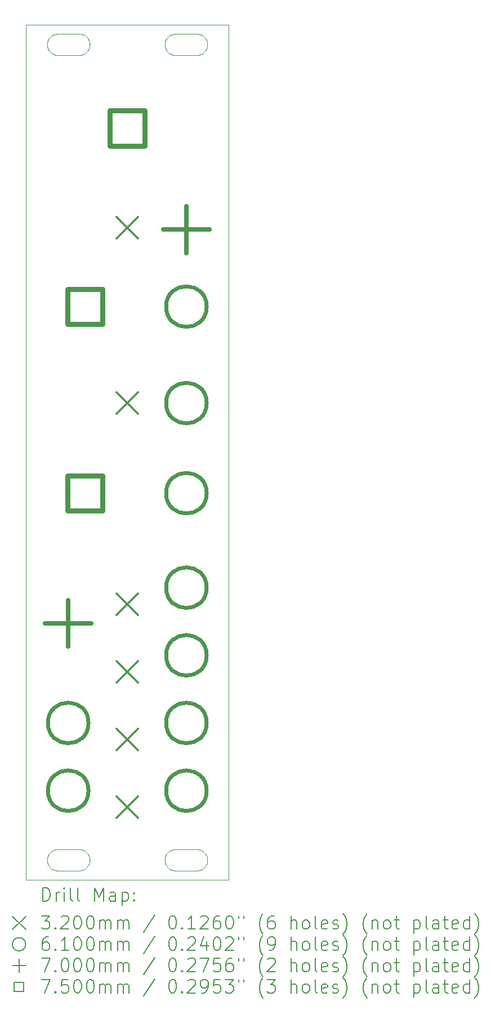
<source format=gbr>
%TF.GenerationSoftware,KiCad,Pcbnew,(6.0.9)*%
%TF.CreationDate,2022-12-27T03:42:47-08:00*%
%TF.ProjectId,panel_pcb,70616e65-6c5f-4706-9362-2e6b69636164,rev?*%
%TF.SameCoordinates,Original*%
%TF.FileFunction,Drillmap*%
%TF.FilePolarity,Positive*%
%FSLAX45Y45*%
G04 Gerber Fmt 4.5, Leading zero omitted, Abs format (unit mm)*
G04 Created by KiCad (PCBNEW (6.0.9)) date 2022-12-27 03:42:47*
%MOMM*%
%LPD*%
G01*
G04 APERTURE LIST*
%ADD10C,0.100000*%
%ADD11C,0.200000*%
%ADD12C,0.319987*%
%ADD13C,0.610023*%
%ADD14C,0.700000*%
%ADD15C,0.749987*%
G04 APERTURE END LIST*
D10*
X-691774Y5968249D02*
X-676445Y5972194D01*
X634570Y5992338D02*
X647760Y5984320D01*
X-1203186Y-6141400D02*
X-1200759Y-6157200D01*
X-676445Y-5972200D02*
X-691774Y-5968200D01*
X-1524000Y-6425000D02*
X-1524000Y6425000D01*
X-1060344Y5965822D02*
X-1043993Y5964995D01*
X-1076226Y5968249D02*
X-1060344Y5965822D01*
X567260Y-6092800D02*
X564840Y-6108700D01*
X724010Y-5965000D02*
X707650Y-5965800D01*
X1091560Y5972194D02*
X1106260Y5977578D01*
X1200760Y6092765D02*
X1203190Y6108642D01*
X-1191430Y6187251D02*
X-1196814Y6172552D01*
X-1133436Y6257665D02*
X-1157122Y6238118D01*
X1176670Y-6214400D02*
X1184690Y-6201200D01*
X-564012Y6124989D02*
X-564012Y6124989D01*
X-1106255Y5977578D02*
X-1091556Y5972194D01*
X-1184688Y6048758D02*
X-1176669Y6035566D01*
X583330Y6201238D02*
X576590Y6187251D01*
X1120240Y-5984300D02*
X1106260Y-5977600D01*
X1157120Y-6011900D02*
X1133440Y-5992300D01*
X-576592Y6062742D02*
X-571209Y6077438D01*
X1200760Y6157222D02*
X1196810Y6172552D01*
X1176670Y-6035600D02*
X1157120Y-6011900D01*
X-1184688Y-6048800D02*
X-1191430Y-6062700D01*
X661750Y6272426D02*
X647760Y6265684D01*
X-691774Y-5968200D02*
X-707655Y-5965800D01*
X-707655Y5965822D02*
X-691774Y5968249D01*
X1524000Y-6425000D02*
X-1524000Y-6425000D01*
X-676445Y5972194D02*
X-661748Y5977578D01*
X-576592Y-6062700D02*
X-583332Y-6048800D01*
X-571209Y-6077400D02*
X-576592Y-6062700D01*
X-564839Y-6141400D02*
X-564012Y-6125000D01*
X591350Y6214432D02*
X583330Y6201238D01*
X1060340Y-5965800D02*
X1043990Y-5965000D01*
X-564012Y-6125000D02*
X-564012Y-6125000D01*
X-591348Y6035566D02*
X-583332Y6048758D01*
X-724006Y-6285000D02*
X-707655Y-6284200D01*
X-1120242Y5984320D02*
X-1106255Y5977578D01*
X1200760Y-6157200D02*
X1203190Y-6141400D01*
X-1200759Y-6092800D02*
X-1203186Y-6108700D01*
X1176670Y6035566D02*
X1184690Y6048758D01*
X-1203186Y6141340D02*
X-1204013Y6124989D01*
X-1091556Y-6277800D02*
X-1076226Y-6281700D01*
X-1120242Y-5984300D02*
X-1133436Y-5992300D01*
X647760Y6265684D02*
X634570Y6257665D01*
X-1200759Y6092765D02*
X-1196814Y6077438D01*
X567260Y-6157200D02*
X571210Y-6172600D01*
X-564839Y6108642D02*
X-564012Y6124989D01*
X-583332Y6201238D02*
X-591348Y6214432D01*
X-564012Y-6125000D02*
X-564839Y-6108700D01*
X-610890Y6011883D02*
X-591348Y6035566D01*
X-691774Y6281756D02*
X-707655Y6284182D01*
X1191430Y-6187300D02*
X1196810Y-6172600D01*
X-1076226Y6281756D02*
X-1091556Y6277810D01*
X576590Y6062742D02*
X583330Y6048758D01*
X1106260Y6272426D02*
X1091560Y6277810D01*
X-564012Y6124989D02*
X-564012Y6124989D01*
X1076230Y5968249D02*
X1091560Y5972194D01*
X1204010Y-6125000D02*
X1204010Y-6125000D01*
X-1157122Y-6011900D02*
X-1176669Y-6035600D01*
X1091560Y6277810D02*
X1076230Y6281756D01*
X-1133436Y-6257700D02*
X-1120242Y-6265700D01*
X-1203186Y-6108700D02*
X-1204013Y-6125000D01*
X1184690Y-6048800D02*
X1176670Y-6035600D01*
X-564012Y-6125000D02*
X-564012Y-6125000D01*
X647760Y-5984300D02*
X634570Y-5992300D01*
X724010Y5964995D02*
X1043990Y5964995D01*
X1060340Y5965822D02*
X1076230Y5968249D01*
X1091560Y-5972200D02*
X1076230Y-5968200D01*
X591350Y-6035600D02*
X583330Y-6048800D01*
X634570Y-5992300D02*
X610890Y-6011900D01*
X-1200759Y-6157200D02*
X-1196814Y-6172600D01*
X-567265Y6092765D02*
X-564839Y6108642D01*
X676440Y5972194D02*
X691770Y5968249D01*
X-1091556Y6277810D02*
X-1106255Y6272426D01*
X1184690Y-6201200D02*
X1191430Y-6187300D01*
X661750Y-6272400D02*
X676440Y-6277800D01*
X571210Y-6172600D02*
X576590Y-6187300D01*
X-1191430Y6062742D02*
X-1184688Y6048758D01*
X-1176669Y-6035600D02*
X-1184688Y-6048800D01*
X676440Y-5972200D02*
X661750Y-5977600D01*
X-724006Y5964995D02*
X-707655Y5965822D01*
X564840Y6108642D02*
X567260Y6092765D01*
X1191430Y6062742D02*
X1196810Y6077438D01*
X1091560Y-6277800D02*
X1106260Y-6272400D01*
X1060340Y6284182D02*
X1043990Y6285009D01*
X691770Y-5968200D02*
X676440Y-5972200D01*
X676440Y-6277800D02*
X691770Y-6281700D01*
X647760Y5984320D02*
X661750Y5977578D01*
X564840Y-6108700D02*
X564010Y-6125000D01*
X-1106255Y-6272400D02*
X-1091556Y-6277800D01*
X-1076226Y-6281700D02*
X-1060344Y-6284200D01*
X724010Y-6285000D02*
X1043990Y-6285000D01*
X564840Y-6141400D02*
X567260Y-6157200D01*
X-1176669Y-6214400D02*
X-1157122Y-6238100D01*
X1043990Y-6285000D02*
X1060340Y-6284200D01*
X-1204013Y-6125000D02*
X-1203186Y-6141400D01*
X-567265Y-6157200D02*
X-564839Y-6141400D01*
X1200760Y-6092800D02*
X1196810Y-6077400D01*
X-564012Y6124989D02*
X-564839Y6141340D01*
X-1120242Y-6265700D02*
X-1106255Y-6272400D01*
X-576592Y-6187300D02*
X-571209Y-6172600D01*
X1120240Y5984320D02*
X1133440Y5992338D01*
X-583332Y-6201200D02*
X-576592Y-6187300D01*
X567260Y6092765D02*
X571210Y6077438D01*
X-1120242Y6265684D02*
X-1133436Y6257665D01*
X583330Y6048758D02*
X591350Y6035566D01*
X1204010Y6124989D02*
X1204010Y6124989D01*
X1133440Y6257665D02*
X1120240Y6265684D01*
X576590Y6187251D02*
X571210Y6172552D01*
X-1043993Y6285009D02*
X-1060344Y6284182D01*
X691770Y6281756D02*
X676440Y6277810D01*
X-1196814Y-6172600D02*
X-1191430Y-6187300D01*
X-647763Y-5984300D02*
X-661748Y-5977600D01*
X-724006Y6285009D02*
X-1043993Y6285009D01*
X1203190Y-6141400D02*
X1204010Y-6125000D01*
X-647763Y5984320D02*
X-634571Y5992338D01*
X634570Y-6257700D02*
X647760Y-6265700D01*
X-1133436Y-5992300D02*
X-1157122Y-6011900D01*
X591350Y-6214400D02*
X610890Y-6238100D01*
X576590Y-6187300D02*
X583330Y-6201200D01*
X-591348Y-6214400D02*
X-583332Y-6201200D01*
X567260Y6157222D02*
X564840Y6141340D01*
X564840Y6141340D02*
X564010Y6124989D01*
X-1157122Y-6238100D02*
X-1133436Y-6257700D01*
X724010Y6285009D02*
X707650Y6284182D01*
X-647763Y6265684D02*
X-661748Y6272426D01*
X661750Y-5977600D02*
X647760Y-5984300D01*
X571210Y-6077400D02*
X567260Y-6092800D01*
X1196810Y6077438D02*
X1200760Y6092765D01*
X-1196814Y6172552D02*
X-1200759Y6157222D01*
X676440Y6277810D02*
X661750Y6272426D01*
X707650Y-5965800D02*
X691770Y-5968200D01*
X1184690Y6048758D02*
X1191430Y6062742D01*
X576590Y-6062700D02*
X571210Y-6077400D01*
X1204010Y-6125000D02*
X1203190Y-6108700D01*
X1120240Y6265684D02*
X1106260Y6272426D01*
X-1060344Y-5965800D02*
X-1076226Y-5968200D01*
X-661748Y5977578D02*
X-647763Y5984320D01*
X-571209Y-6172600D02*
X-567265Y-6157200D01*
X1120240Y-6265700D02*
X1133440Y-6257700D01*
X1191430Y6187251D02*
X1184690Y6201238D01*
X1106260Y-6272400D02*
X1120240Y-6265700D01*
X634570Y6257665D02*
X610890Y6238118D01*
X-583332Y-6048800D02*
X-591348Y-6035600D01*
X564010Y-6125000D02*
X564840Y-6141400D01*
X-1196814Y-6077400D02*
X-1200759Y-6092800D01*
X-724006Y-5965000D02*
X-1043993Y-5965000D01*
X1076230Y-5968200D02*
X1060340Y-5965800D01*
X1043990Y5964995D02*
X1060340Y5965822D01*
X661750Y5977578D02*
X676440Y5972194D01*
X1133440Y-5992300D02*
X1120240Y-5984300D01*
X610890Y6238118D02*
X591350Y6214432D01*
X-707655Y-6284200D02*
X-691774Y-6281700D01*
X583330Y-6201200D02*
X591350Y-6214400D01*
X-583332Y6048758D02*
X-576592Y6062742D01*
X-1091556Y-5972200D02*
X-1106255Y-5977600D01*
X-571209Y6172552D02*
X-576592Y6187251D01*
X-1191430Y-6062700D02*
X-1196814Y-6077400D01*
X-1106255Y6272426D02*
X-1120242Y6265684D01*
X1133440Y5992338D02*
X1157120Y6011883D01*
X707650Y6284182D02*
X691770Y6281756D01*
X-567265Y6157222D02*
X-571209Y6172552D01*
X-1043993Y-5965000D02*
X-1060344Y-5965800D01*
X-676445Y-6277800D02*
X-661748Y-6272400D01*
X-634571Y-6257700D02*
X-610890Y-6238100D01*
X-610890Y6238118D02*
X-634571Y6257665D01*
X-634571Y6257665D02*
X-647763Y6265684D01*
X1157120Y6238118D02*
X1133440Y6257665D01*
X1524000Y6425000D02*
X1524000Y-6425000D01*
X-707655Y-5965800D02*
X-724006Y-5965000D01*
X-564839Y6141340D02*
X-567265Y6157222D01*
X610890Y-6011900D02*
X591350Y-6035600D01*
X1176670Y6214432D02*
X1157120Y6238118D01*
X1196810Y-6172600D02*
X1200760Y-6157200D01*
X-591348Y-6035600D02*
X-610890Y-6011900D01*
X-1196814Y6077438D02*
X-1191430Y6062742D01*
X-1176669Y6035566D02*
X-1157122Y6011883D01*
X1191430Y-6062700D02*
X1184690Y-6048800D01*
X1203190Y-6108700D02*
X1200760Y-6092800D01*
X-1184688Y-6201200D02*
X-1176669Y-6214400D01*
X1203190Y6108642D02*
X1204010Y6124989D01*
X610890Y-6238100D02*
X634570Y-6257700D01*
X-1176669Y6214432D02*
X-1184688Y6201238D01*
X-1204013Y6124989D02*
X-1203186Y6108642D01*
X-564839Y-6108700D02*
X-567265Y-6092800D01*
X-661748Y-5977600D02*
X-676445Y-5972200D01*
X1157120Y6011883D02*
X1176670Y6035566D01*
X-1203186Y6108642D02*
X-1200759Y6092765D01*
X-1157122Y6238118D02*
X-1176669Y6214432D01*
X-1200759Y6157222D02*
X-1203186Y6141340D01*
X-1524000Y6425000D02*
X1524000Y6425000D01*
X1106260Y5977578D02*
X1120240Y5984320D01*
X-1091556Y5972194D02*
X-1076226Y5968249D01*
X-576592Y6187251D02*
X-583332Y6201238D01*
X1196810Y6172552D02*
X1191430Y6187251D01*
X591350Y6035566D02*
X610890Y6011883D01*
X-1060344Y-6284200D02*
X-1043993Y-6285000D01*
X1076230Y6281756D02*
X1060340Y6284182D01*
X-610890Y-6011900D02*
X-634571Y-5992300D01*
X-1106255Y-5977600D02*
X-1120242Y-5984300D01*
X-634571Y5992338D02*
X-610890Y6011883D01*
X1133440Y-6257700D02*
X1157120Y-6238100D01*
X-571209Y6077438D02*
X-567265Y6092765D01*
X1204010Y-6125000D02*
X1204010Y-6125000D01*
X-1043993Y-6285000D02*
X-724006Y-6285000D01*
X-567265Y-6092800D02*
X-571209Y-6077400D01*
X1204010Y6124989D02*
X1204010Y6124989D01*
X-591348Y6214432D02*
X-610890Y6238118D01*
X-1133436Y5992338D02*
X-1120242Y5984320D01*
X564010Y6124989D02*
X564840Y6108642D01*
X-1184688Y6201238D02*
X-1191430Y6187251D01*
X-610890Y-6238100D02*
X-591348Y-6214400D01*
X1043990Y-5965000D02*
X724010Y-5965000D01*
X1157120Y-6238100D02*
X1176670Y-6214400D01*
X-676445Y6277810D02*
X-691774Y6281756D01*
X1196810Y-6077400D02*
X1191430Y-6062700D01*
X571210Y6077438D02*
X576590Y6062742D01*
X647760Y-6265700D02*
X661750Y-6272400D01*
X707650Y5965822D02*
X724010Y5964995D01*
X583330Y-6048800D02*
X576590Y-6062700D01*
X1076230Y-6281700D02*
X1091560Y-6277800D01*
X1106260Y-5977600D02*
X1091560Y-5972200D01*
X707650Y-6284200D02*
X724010Y-6285000D01*
X571210Y6172552D02*
X567260Y6157222D01*
X691770Y-6281700D02*
X707650Y-6284200D01*
X1203190Y6141340D02*
X1200760Y6157222D01*
X-691774Y-6281700D02*
X-676445Y-6277800D01*
X-1060344Y6284182D02*
X-1076226Y6281756D01*
X1060340Y-6284200D02*
X1076230Y-6281700D01*
X-661748Y6272426D02*
X-676445Y6277810D01*
X1184690Y6201238D02*
X1176670Y6214432D01*
X-1157122Y6011883D02*
X-1133436Y5992338D01*
X-661748Y-6272400D02*
X-647763Y-6265700D01*
X1204010Y6124989D02*
X1203190Y6141340D01*
X691770Y5968249D02*
X707650Y5965822D01*
X-634571Y-5992300D02*
X-647763Y-5984300D01*
X-707655Y6284182D02*
X-724006Y6285009D01*
X-1043993Y5964995D02*
X-724006Y5964995D01*
X1043990Y6285009D02*
X724010Y6285009D01*
X-1191430Y-6187300D02*
X-1184688Y-6201200D01*
X-1076226Y-5968200D02*
X-1091556Y-5972200D01*
X-1524000Y6425000D02*
X-1524000Y6425000D01*
X-647763Y-6265700D02*
X-634571Y-6257700D01*
X610890Y6011883D02*
X634570Y5992338D01*
D11*
D12*
X-160020Y-3138127D02*
X159967Y-3458114D01*
X159967Y-3138127D02*
X-160020Y-3458114D01*
X-160020Y-4154337D02*
X159967Y-4474325D01*
X159967Y-4154337D02*
X-160020Y-4474325D01*
X-159994Y3536993D02*
X159994Y3217006D01*
X159994Y3536993D02*
X-159994Y3217006D01*
X-159994Y899548D02*
X159994Y579561D01*
X159994Y899548D02*
X-159994Y579561D01*
X-159994Y-2122179D02*
X159994Y-2442166D01*
X159994Y-2122179D02*
X-159994Y-2442166D01*
X-159967Y-5171847D02*
X160020Y-5491834D01*
X160020Y-5171847D02*
X-159967Y-5491834D01*
D13*
X-583988Y-4065200D02*
G75*
G03*
X-583988Y-4065200I-305012J0D01*
G01*
X-583988Y-5082708D02*
G75*
G03*
X-583988Y-5082708I-305012J0D01*
G01*
X1193006Y2188995D02*
G75*
G03*
X1193006Y2188995I-305012J0D01*
G01*
X1193006Y739554D02*
G75*
G03*
X1193006Y739554I-305012J0D01*
G01*
X1193006Y-614001D02*
G75*
G03*
X1193006Y-614001I-305012J0D01*
G01*
X1193006Y-2032988D02*
G75*
G03*
X1193006Y-2032988I-305012J0D01*
G01*
X1193006Y-3049200D02*
G75*
G03*
X1193006Y-3049200I-305012J0D01*
G01*
X1193006Y-4065411D02*
G75*
G03*
X1193006Y-4065411I-305012J0D01*
G01*
X1193006Y-5082708D02*
G75*
G03*
X1193006Y-5082708I-305012J0D01*
G01*
D14*
X-889000Y-2221000D02*
X-889000Y-2921000D01*
X-1239000Y-2571000D02*
X-539000Y-2571000D01*
X888000Y3697000D02*
X888000Y2997000D01*
X538000Y3347000D02*
X1238000Y3347000D01*
D15*
X-369837Y1923831D02*
X-369837Y2454158D01*
X-900163Y2454158D01*
X-900163Y1923831D01*
X-369837Y1923831D01*
X-369837Y-879164D02*
X-369837Y-348837D01*
X-900163Y-348837D01*
X-900163Y-879164D01*
X-369837Y-879164D01*
X265163Y4603849D02*
X265163Y5134175D01*
X-265163Y5134175D01*
X-265163Y4603849D01*
X265163Y4603849D01*
D11*
X-1271381Y-6740476D02*
X-1271381Y-6540476D01*
X-1223762Y-6540476D01*
X-1195190Y-6550000D01*
X-1176143Y-6569048D01*
X-1166619Y-6588095D01*
X-1157095Y-6626190D01*
X-1157095Y-6654762D01*
X-1166619Y-6692857D01*
X-1176143Y-6711905D01*
X-1195190Y-6730952D01*
X-1223762Y-6740476D01*
X-1271381Y-6740476D01*
X-1071381Y-6740476D02*
X-1071381Y-6607143D01*
X-1071381Y-6645238D02*
X-1061857Y-6626190D01*
X-1052333Y-6616667D01*
X-1033286Y-6607143D01*
X-1014238Y-6607143D01*
X-947571Y-6740476D02*
X-947571Y-6607143D01*
X-947571Y-6540476D02*
X-957095Y-6550000D01*
X-947571Y-6559524D01*
X-938048Y-6550000D01*
X-947571Y-6540476D01*
X-947571Y-6559524D01*
X-823762Y-6740476D02*
X-842809Y-6730952D01*
X-852333Y-6711905D01*
X-852333Y-6540476D01*
X-719000Y-6740476D02*
X-738048Y-6730952D01*
X-747571Y-6711905D01*
X-747571Y-6540476D01*
X-490428Y-6740476D02*
X-490428Y-6540476D01*
X-423762Y-6683333D01*
X-357095Y-6540476D01*
X-357095Y-6740476D01*
X-176143Y-6740476D02*
X-176143Y-6635714D01*
X-185667Y-6616667D01*
X-204714Y-6607143D01*
X-242809Y-6607143D01*
X-261857Y-6616667D01*
X-176143Y-6730952D02*
X-195190Y-6740476D01*
X-242809Y-6740476D01*
X-261857Y-6730952D01*
X-271381Y-6711905D01*
X-271381Y-6692857D01*
X-261857Y-6673809D01*
X-242809Y-6664286D01*
X-195190Y-6664286D01*
X-176143Y-6654762D01*
X-80905Y-6607143D02*
X-80905Y-6807143D01*
X-80905Y-6616667D02*
X-61857Y-6607143D01*
X-23762Y-6607143D01*
X-4714Y-6616667D01*
X4810Y-6626190D01*
X14333Y-6645238D01*
X14333Y-6702381D01*
X4810Y-6721428D01*
X-4714Y-6730952D01*
X-23762Y-6740476D01*
X-61857Y-6740476D01*
X-80905Y-6730952D01*
X100048Y-6721428D02*
X109571Y-6730952D01*
X100048Y-6740476D01*
X90524Y-6730952D01*
X100048Y-6721428D01*
X100048Y-6740476D01*
X100048Y-6616667D02*
X109571Y-6626190D01*
X100048Y-6635714D01*
X90524Y-6626190D01*
X100048Y-6616667D01*
X100048Y-6635714D01*
X-1729000Y-6970000D02*
X-1529000Y-7170000D01*
X-1529000Y-6970000D02*
X-1729000Y-7170000D01*
X-1290429Y-6960476D02*
X-1166619Y-6960476D01*
X-1233286Y-7036667D01*
X-1204714Y-7036667D01*
X-1185667Y-7046190D01*
X-1176143Y-7055714D01*
X-1166619Y-7074762D01*
X-1166619Y-7122381D01*
X-1176143Y-7141428D01*
X-1185667Y-7150952D01*
X-1204714Y-7160476D01*
X-1261857Y-7160476D01*
X-1280905Y-7150952D01*
X-1290429Y-7141428D01*
X-1080905Y-7141428D02*
X-1071381Y-7150952D01*
X-1080905Y-7160476D01*
X-1090429Y-7150952D01*
X-1080905Y-7141428D01*
X-1080905Y-7160476D01*
X-995190Y-6979524D02*
X-985667Y-6970000D01*
X-966619Y-6960476D01*
X-919000Y-6960476D01*
X-899952Y-6970000D01*
X-890428Y-6979524D01*
X-880905Y-6998571D01*
X-880905Y-7017619D01*
X-890428Y-7046190D01*
X-1004714Y-7160476D01*
X-880905Y-7160476D01*
X-757095Y-6960476D02*
X-738048Y-6960476D01*
X-719000Y-6970000D01*
X-709476Y-6979524D01*
X-699952Y-6998571D01*
X-690429Y-7036667D01*
X-690429Y-7084286D01*
X-699952Y-7122381D01*
X-709476Y-7141428D01*
X-719000Y-7150952D01*
X-738048Y-7160476D01*
X-757095Y-7160476D01*
X-776143Y-7150952D01*
X-785667Y-7141428D01*
X-795190Y-7122381D01*
X-804714Y-7084286D01*
X-804714Y-7036667D01*
X-795190Y-6998571D01*
X-785667Y-6979524D01*
X-776143Y-6970000D01*
X-757095Y-6960476D01*
X-566619Y-6960476D02*
X-547571Y-6960476D01*
X-528524Y-6970000D01*
X-519000Y-6979524D01*
X-509476Y-6998571D01*
X-499952Y-7036667D01*
X-499952Y-7084286D01*
X-509476Y-7122381D01*
X-519000Y-7141428D01*
X-528524Y-7150952D01*
X-547571Y-7160476D01*
X-566619Y-7160476D01*
X-585667Y-7150952D01*
X-595190Y-7141428D01*
X-604714Y-7122381D01*
X-614238Y-7084286D01*
X-614238Y-7036667D01*
X-604714Y-6998571D01*
X-595190Y-6979524D01*
X-585667Y-6970000D01*
X-566619Y-6960476D01*
X-414238Y-7160476D02*
X-414238Y-7027143D01*
X-414238Y-7046190D02*
X-404714Y-7036667D01*
X-385667Y-7027143D01*
X-357095Y-7027143D01*
X-338048Y-7036667D01*
X-328524Y-7055714D01*
X-328524Y-7160476D01*
X-328524Y-7055714D02*
X-319000Y-7036667D01*
X-299952Y-7027143D01*
X-271381Y-7027143D01*
X-252333Y-7036667D01*
X-242809Y-7055714D01*
X-242809Y-7160476D01*
X-147571Y-7160476D02*
X-147571Y-7027143D01*
X-147571Y-7046190D02*
X-138048Y-7036667D01*
X-119000Y-7027143D01*
X-90428Y-7027143D01*
X-71381Y-7036667D01*
X-61857Y-7055714D01*
X-61857Y-7160476D01*
X-61857Y-7055714D02*
X-52333Y-7036667D01*
X-33286Y-7027143D01*
X-4714Y-7027143D01*
X14333Y-7036667D01*
X23857Y-7055714D01*
X23857Y-7160476D01*
X414333Y-6950952D02*
X242905Y-7208095D01*
X671476Y-6960476D02*
X690524Y-6960476D01*
X709571Y-6970000D01*
X719095Y-6979524D01*
X728619Y-6998571D01*
X738143Y-7036667D01*
X738143Y-7084286D01*
X728619Y-7122381D01*
X719095Y-7141428D01*
X709571Y-7150952D01*
X690524Y-7160476D01*
X671476Y-7160476D01*
X652429Y-7150952D01*
X642905Y-7141428D01*
X633381Y-7122381D01*
X623857Y-7084286D01*
X623857Y-7036667D01*
X633381Y-6998571D01*
X642905Y-6979524D01*
X652429Y-6970000D01*
X671476Y-6960476D01*
X823857Y-7141428D02*
X833381Y-7150952D01*
X823857Y-7160476D01*
X814333Y-7150952D01*
X823857Y-7141428D01*
X823857Y-7160476D01*
X1023857Y-7160476D02*
X909571Y-7160476D01*
X966714Y-7160476D02*
X966714Y-6960476D01*
X947667Y-6989048D01*
X928619Y-7008095D01*
X909571Y-7017619D01*
X1100048Y-6979524D02*
X1109571Y-6970000D01*
X1128619Y-6960476D01*
X1176238Y-6960476D01*
X1195286Y-6970000D01*
X1204810Y-6979524D01*
X1214333Y-6998571D01*
X1214333Y-7017619D01*
X1204810Y-7046190D01*
X1090524Y-7160476D01*
X1214333Y-7160476D01*
X1385762Y-6960476D02*
X1347667Y-6960476D01*
X1328619Y-6970000D01*
X1319095Y-6979524D01*
X1300048Y-7008095D01*
X1290524Y-7046190D01*
X1290524Y-7122381D01*
X1300048Y-7141428D01*
X1309571Y-7150952D01*
X1328619Y-7160476D01*
X1366714Y-7160476D01*
X1385762Y-7150952D01*
X1395286Y-7141428D01*
X1404809Y-7122381D01*
X1404809Y-7074762D01*
X1395286Y-7055714D01*
X1385762Y-7046190D01*
X1366714Y-7036667D01*
X1328619Y-7036667D01*
X1309571Y-7046190D01*
X1300048Y-7055714D01*
X1290524Y-7074762D01*
X1528619Y-6960476D02*
X1547667Y-6960476D01*
X1566714Y-6970000D01*
X1576238Y-6979524D01*
X1585762Y-6998571D01*
X1595286Y-7036667D01*
X1595286Y-7084286D01*
X1585762Y-7122381D01*
X1576238Y-7141428D01*
X1566714Y-7150952D01*
X1547667Y-7160476D01*
X1528619Y-7160476D01*
X1509571Y-7150952D01*
X1500048Y-7141428D01*
X1490524Y-7122381D01*
X1481000Y-7084286D01*
X1481000Y-7036667D01*
X1490524Y-6998571D01*
X1500048Y-6979524D01*
X1509571Y-6970000D01*
X1528619Y-6960476D01*
X1671476Y-6960476D02*
X1671476Y-6998571D01*
X1747667Y-6960476D02*
X1747667Y-6998571D01*
X2042905Y-7236667D02*
X2033381Y-7227143D01*
X2014333Y-7198571D01*
X2004809Y-7179524D01*
X1995286Y-7150952D01*
X1985762Y-7103333D01*
X1985762Y-7065238D01*
X1995286Y-7017619D01*
X2004809Y-6989048D01*
X2014333Y-6970000D01*
X2033381Y-6941428D01*
X2042905Y-6931905D01*
X2204810Y-6960476D02*
X2166714Y-6960476D01*
X2147667Y-6970000D01*
X2138143Y-6979524D01*
X2119095Y-7008095D01*
X2109571Y-7046190D01*
X2109571Y-7122381D01*
X2119095Y-7141428D01*
X2128619Y-7150952D01*
X2147667Y-7160476D01*
X2185762Y-7160476D01*
X2204810Y-7150952D01*
X2214333Y-7141428D01*
X2223857Y-7122381D01*
X2223857Y-7074762D01*
X2214333Y-7055714D01*
X2204810Y-7046190D01*
X2185762Y-7036667D01*
X2147667Y-7036667D01*
X2128619Y-7046190D01*
X2119095Y-7055714D01*
X2109571Y-7074762D01*
X2461952Y-7160476D02*
X2461952Y-6960476D01*
X2547667Y-7160476D02*
X2547667Y-7055714D01*
X2538143Y-7036667D01*
X2519095Y-7027143D01*
X2490524Y-7027143D01*
X2471476Y-7036667D01*
X2461952Y-7046190D01*
X2671476Y-7160476D02*
X2652429Y-7150952D01*
X2642905Y-7141428D01*
X2633381Y-7122381D01*
X2633381Y-7065238D01*
X2642905Y-7046190D01*
X2652429Y-7036667D01*
X2671476Y-7027143D01*
X2700048Y-7027143D01*
X2719095Y-7036667D01*
X2728619Y-7046190D01*
X2738143Y-7065238D01*
X2738143Y-7122381D01*
X2728619Y-7141428D01*
X2719095Y-7150952D01*
X2700048Y-7160476D01*
X2671476Y-7160476D01*
X2852428Y-7160476D02*
X2833381Y-7150952D01*
X2823857Y-7131905D01*
X2823857Y-6960476D01*
X3004809Y-7150952D02*
X2985762Y-7160476D01*
X2947667Y-7160476D01*
X2928619Y-7150952D01*
X2919095Y-7131905D01*
X2919095Y-7055714D01*
X2928619Y-7036667D01*
X2947667Y-7027143D01*
X2985762Y-7027143D01*
X3004809Y-7036667D01*
X3014333Y-7055714D01*
X3014333Y-7074762D01*
X2919095Y-7093809D01*
X3090524Y-7150952D02*
X3109571Y-7160476D01*
X3147667Y-7160476D01*
X3166714Y-7150952D01*
X3176238Y-7131905D01*
X3176238Y-7122381D01*
X3166714Y-7103333D01*
X3147667Y-7093809D01*
X3119095Y-7093809D01*
X3100048Y-7084286D01*
X3090524Y-7065238D01*
X3090524Y-7055714D01*
X3100048Y-7036667D01*
X3119095Y-7027143D01*
X3147667Y-7027143D01*
X3166714Y-7036667D01*
X3242905Y-7236667D02*
X3252428Y-7227143D01*
X3271476Y-7198571D01*
X3281000Y-7179524D01*
X3290524Y-7150952D01*
X3300048Y-7103333D01*
X3300048Y-7065238D01*
X3290524Y-7017619D01*
X3281000Y-6989048D01*
X3271476Y-6970000D01*
X3252428Y-6941428D01*
X3242905Y-6931905D01*
X3604809Y-7236667D02*
X3595286Y-7227143D01*
X3576238Y-7198571D01*
X3566714Y-7179524D01*
X3557190Y-7150952D01*
X3547667Y-7103333D01*
X3547667Y-7065238D01*
X3557190Y-7017619D01*
X3566714Y-6989048D01*
X3576238Y-6970000D01*
X3595286Y-6941428D01*
X3604809Y-6931905D01*
X3681000Y-7027143D02*
X3681000Y-7160476D01*
X3681000Y-7046190D02*
X3690524Y-7036667D01*
X3709571Y-7027143D01*
X3738143Y-7027143D01*
X3757190Y-7036667D01*
X3766714Y-7055714D01*
X3766714Y-7160476D01*
X3890524Y-7160476D02*
X3871476Y-7150952D01*
X3861952Y-7141428D01*
X3852428Y-7122381D01*
X3852428Y-7065238D01*
X3861952Y-7046190D01*
X3871476Y-7036667D01*
X3890524Y-7027143D01*
X3919095Y-7027143D01*
X3938143Y-7036667D01*
X3947667Y-7046190D01*
X3957190Y-7065238D01*
X3957190Y-7122381D01*
X3947667Y-7141428D01*
X3938143Y-7150952D01*
X3919095Y-7160476D01*
X3890524Y-7160476D01*
X4014333Y-7027143D02*
X4090524Y-7027143D01*
X4042905Y-6960476D02*
X4042905Y-7131905D01*
X4052428Y-7150952D01*
X4071476Y-7160476D01*
X4090524Y-7160476D01*
X4309571Y-7027143D02*
X4309571Y-7227143D01*
X4309571Y-7036667D02*
X4328619Y-7027143D01*
X4366714Y-7027143D01*
X4385762Y-7036667D01*
X4395286Y-7046190D01*
X4404810Y-7065238D01*
X4404810Y-7122381D01*
X4395286Y-7141428D01*
X4385762Y-7150952D01*
X4366714Y-7160476D01*
X4328619Y-7160476D01*
X4309571Y-7150952D01*
X4519095Y-7160476D02*
X4500048Y-7150952D01*
X4490524Y-7131905D01*
X4490524Y-6960476D01*
X4681000Y-7160476D02*
X4681000Y-7055714D01*
X4671476Y-7036667D01*
X4652429Y-7027143D01*
X4614333Y-7027143D01*
X4595286Y-7036667D01*
X4681000Y-7150952D02*
X4661952Y-7160476D01*
X4614333Y-7160476D01*
X4595286Y-7150952D01*
X4585762Y-7131905D01*
X4585762Y-7112857D01*
X4595286Y-7093809D01*
X4614333Y-7084286D01*
X4661952Y-7084286D01*
X4681000Y-7074762D01*
X4747667Y-7027143D02*
X4823857Y-7027143D01*
X4776238Y-6960476D02*
X4776238Y-7131905D01*
X4785762Y-7150952D01*
X4804810Y-7160476D01*
X4823857Y-7160476D01*
X4966714Y-7150952D02*
X4947667Y-7160476D01*
X4909571Y-7160476D01*
X4890524Y-7150952D01*
X4881000Y-7131905D01*
X4881000Y-7055714D01*
X4890524Y-7036667D01*
X4909571Y-7027143D01*
X4947667Y-7027143D01*
X4966714Y-7036667D01*
X4976238Y-7055714D01*
X4976238Y-7074762D01*
X4881000Y-7093809D01*
X5147667Y-7160476D02*
X5147667Y-6960476D01*
X5147667Y-7150952D02*
X5128619Y-7160476D01*
X5090524Y-7160476D01*
X5071476Y-7150952D01*
X5061952Y-7141428D01*
X5052429Y-7122381D01*
X5052429Y-7065238D01*
X5061952Y-7046190D01*
X5071476Y-7036667D01*
X5090524Y-7027143D01*
X5128619Y-7027143D01*
X5147667Y-7036667D01*
X5223857Y-7236667D02*
X5233381Y-7227143D01*
X5252429Y-7198571D01*
X5261952Y-7179524D01*
X5271476Y-7150952D01*
X5281000Y-7103333D01*
X5281000Y-7065238D01*
X5271476Y-7017619D01*
X5261952Y-6989048D01*
X5252429Y-6970000D01*
X5233381Y-6941428D01*
X5223857Y-6931905D01*
X-1529000Y-7390000D02*
G75*
G03*
X-1529000Y-7390000I-100000J0D01*
G01*
X-1185667Y-7280476D02*
X-1223762Y-7280476D01*
X-1242810Y-7290000D01*
X-1252333Y-7299524D01*
X-1271381Y-7328095D01*
X-1280905Y-7366190D01*
X-1280905Y-7442381D01*
X-1271381Y-7461428D01*
X-1261857Y-7470952D01*
X-1242810Y-7480476D01*
X-1204714Y-7480476D01*
X-1185667Y-7470952D01*
X-1176143Y-7461428D01*
X-1166619Y-7442381D01*
X-1166619Y-7394762D01*
X-1176143Y-7375714D01*
X-1185667Y-7366190D01*
X-1204714Y-7356667D01*
X-1242810Y-7356667D01*
X-1261857Y-7366190D01*
X-1271381Y-7375714D01*
X-1280905Y-7394762D01*
X-1080905Y-7461428D02*
X-1071381Y-7470952D01*
X-1080905Y-7480476D01*
X-1090429Y-7470952D01*
X-1080905Y-7461428D01*
X-1080905Y-7480476D01*
X-880905Y-7480476D02*
X-995190Y-7480476D01*
X-938048Y-7480476D02*
X-938048Y-7280476D01*
X-957095Y-7309048D01*
X-976143Y-7328095D01*
X-995190Y-7337619D01*
X-757095Y-7280476D02*
X-738048Y-7280476D01*
X-719000Y-7290000D01*
X-709476Y-7299524D01*
X-699952Y-7318571D01*
X-690429Y-7356667D01*
X-690429Y-7404286D01*
X-699952Y-7442381D01*
X-709476Y-7461428D01*
X-719000Y-7470952D01*
X-738048Y-7480476D01*
X-757095Y-7480476D01*
X-776143Y-7470952D01*
X-785667Y-7461428D01*
X-795190Y-7442381D01*
X-804714Y-7404286D01*
X-804714Y-7356667D01*
X-795190Y-7318571D01*
X-785667Y-7299524D01*
X-776143Y-7290000D01*
X-757095Y-7280476D01*
X-566619Y-7280476D02*
X-547571Y-7280476D01*
X-528524Y-7290000D01*
X-519000Y-7299524D01*
X-509476Y-7318571D01*
X-499952Y-7356667D01*
X-499952Y-7404286D01*
X-509476Y-7442381D01*
X-519000Y-7461428D01*
X-528524Y-7470952D01*
X-547571Y-7480476D01*
X-566619Y-7480476D01*
X-585667Y-7470952D01*
X-595190Y-7461428D01*
X-604714Y-7442381D01*
X-614238Y-7404286D01*
X-614238Y-7356667D01*
X-604714Y-7318571D01*
X-595190Y-7299524D01*
X-585667Y-7290000D01*
X-566619Y-7280476D01*
X-414238Y-7480476D02*
X-414238Y-7347143D01*
X-414238Y-7366190D02*
X-404714Y-7356667D01*
X-385667Y-7347143D01*
X-357095Y-7347143D01*
X-338048Y-7356667D01*
X-328524Y-7375714D01*
X-328524Y-7480476D01*
X-328524Y-7375714D02*
X-319000Y-7356667D01*
X-299952Y-7347143D01*
X-271381Y-7347143D01*
X-252333Y-7356667D01*
X-242809Y-7375714D01*
X-242809Y-7480476D01*
X-147571Y-7480476D02*
X-147571Y-7347143D01*
X-147571Y-7366190D02*
X-138048Y-7356667D01*
X-119000Y-7347143D01*
X-90428Y-7347143D01*
X-71381Y-7356667D01*
X-61857Y-7375714D01*
X-61857Y-7480476D01*
X-61857Y-7375714D02*
X-52333Y-7356667D01*
X-33286Y-7347143D01*
X-4714Y-7347143D01*
X14333Y-7356667D01*
X23857Y-7375714D01*
X23857Y-7480476D01*
X414333Y-7270952D02*
X242905Y-7528095D01*
X671476Y-7280476D02*
X690524Y-7280476D01*
X709571Y-7290000D01*
X719095Y-7299524D01*
X728619Y-7318571D01*
X738143Y-7356667D01*
X738143Y-7404286D01*
X728619Y-7442381D01*
X719095Y-7461428D01*
X709571Y-7470952D01*
X690524Y-7480476D01*
X671476Y-7480476D01*
X652429Y-7470952D01*
X642905Y-7461428D01*
X633381Y-7442381D01*
X623857Y-7404286D01*
X623857Y-7356667D01*
X633381Y-7318571D01*
X642905Y-7299524D01*
X652429Y-7290000D01*
X671476Y-7280476D01*
X823857Y-7461428D02*
X833381Y-7470952D01*
X823857Y-7480476D01*
X814333Y-7470952D01*
X823857Y-7461428D01*
X823857Y-7480476D01*
X909571Y-7299524D02*
X919095Y-7290000D01*
X938143Y-7280476D01*
X985762Y-7280476D01*
X1004809Y-7290000D01*
X1014333Y-7299524D01*
X1023857Y-7318571D01*
X1023857Y-7337619D01*
X1014333Y-7366190D01*
X900048Y-7480476D01*
X1023857Y-7480476D01*
X1195286Y-7347143D02*
X1195286Y-7480476D01*
X1147667Y-7270952D02*
X1100048Y-7413809D01*
X1223857Y-7413809D01*
X1338143Y-7280476D02*
X1357190Y-7280476D01*
X1376238Y-7290000D01*
X1385762Y-7299524D01*
X1395286Y-7318571D01*
X1404809Y-7356667D01*
X1404809Y-7404286D01*
X1395286Y-7442381D01*
X1385762Y-7461428D01*
X1376238Y-7470952D01*
X1357190Y-7480476D01*
X1338143Y-7480476D01*
X1319095Y-7470952D01*
X1309571Y-7461428D01*
X1300048Y-7442381D01*
X1290524Y-7404286D01*
X1290524Y-7356667D01*
X1300048Y-7318571D01*
X1309571Y-7299524D01*
X1319095Y-7290000D01*
X1338143Y-7280476D01*
X1481000Y-7299524D02*
X1490524Y-7290000D01*
X1509571Y-7280476D01*
X1557190Y-7280476D01*
X1576238Y-7290000D01*
X1585762Y-7299524D01*
X1595286Y-7318571D01*
X1595286Y-7337619D01*
X1585762Y-7366190D01*
X1471476Y-7480476D01*
X1595286Y-7480476D01*
X1671476Y-7280476D02*
X1671476Y-7318571D01*
X1747667Y-7280476D02*
X1747667Y-7318571D01*
X2042905Y-7556667D02*
X2033381Y-7547143D01*
X2014333Y-7518571D01*
X2004809Y-7499524D01*
X1995286Y-7470952D01*
X1985762Y-7423333D01*
X1985762Y-7385238D01*
X1995286Y-7337619D01*
X2004809Y-7309048D01*
X2014333Y-7290000D01*
X2033381Y-7261428D01*
X2042905Y-7251905D01*
X2128619Y-7480476D02*
X2166714Y-7480476D01*
X2185762Y-7470952D01*
X2195286Y-7461428D01*
X2214333Y-7432857D01*
X2223857Y-7394762D01*
X2223857Y-7318571D01*
X2214333Y-7299524D01*
X2204810Y-7290000D01*
X2185762Y-7280476D01*
X2147667Y-7280476D01*
X2128619Y-7290000D01*
X2119095Y-7299524D01*
X2109571Y-7318571D01*
X2109571Y-7366190D01*
X2119095Y-7385238D01*
X2128619Y-7394762D01*
X2147667Y-7404286D01*
X2185762Y-7404286D01*
X2204810Y-7394762D01*
X2214333Y-7385238D01*
X2223857Y-7366190D01*
X2461952Y-7480476D02*
X2461952Y-7280476D01*
X2547667Y-7480476D02*
X2547667Y-7375714D01*
X2538143Y-7356667D01*
X2519095Y-7347143D01*
X2490524Y-7347143D01*
X2471476Y-7356667D01*
X2461952Y-7366190D01*
X2671476Y-7480476D02*
X2652429Y-7470952D01*
X2642905Y-7461428D01*
X2633381Y-7442381D01*
X2633381Y-7385238D01*
X2642905Y-7366190D01*
X2652429Y-7356667D01*
X2671476Y-7347143D01*
X2700048Y-7347143D01*
X2719095Y-7356667D01*
X2728619Y-7366190D01*
X2738143Y-7385238D01*
X2738143Y-7442381D01*
X2728619Y-7461428D01*
X2719095Y-7470952D01*
X2700048Y-7480476D01*
X2671476Y-7480476D01*
X2852428Y-7480476D02*
X2833381Y-7470952D01*
X2823857Y-7451905D01*
X2823857Y-7280476D01*
X3004809Y-7470952D02*
X2985762Y-7480476D01*
X2947667Y-7480476D01*
X2928619Y-7470952D01*
X2919095Y-7451905D01*
X2919095Y-7375714D01*
X2928619Y-7356667D01*
X2947667Y-7347143D01*
X2985762Y-7347143D01*
X3004809Y-7356667D01*
X3014333Y-7375714D01*
X3014333Y-7394762D01*
X2919095Y-7413809D01*
X3090524Y-7470952D02*
X3109571Y-7480476D01*
X3147667Y-7480476D01*
X3166714Y-7470952D01*
X3176238Y-7451905D01*
X3176238Y-7442381D01*
X3166714Y-7423333D01*
X3147667Y-7413809D01*
X3119095Y-7413809D01*
X3100048Y-7404286D01*
X3090524Y-7385238D01*
X3090524Y-7375714D01*
X3100048Y-7356667D01*
X3119095Y-7347143D01*
X3147667Y-7347143D01*
X3166714Y-7356667D01*
X3242905Y-7556667D02*
X3252428Y-7547143D01*
X3271476Y-7518571D01*
X3281000Y-7499524D01*
X3290524Y-7470952D01*
X3300048Y-7423333D01*
X3300048Y-7385238D01*
X3290524Y-7337619D01*
X3281000Y-7309048D01*
X3271476Y-7290000D01*
X3252428Y-7261428D01*
X3242905Y-7251905D01*
X3604809Y-7556667D02*
X3595286Y-7547143D01*
X3576238Y-7518571D01*
X3566714Y-7499524D01*
X3557190Y-7470952D01*
X3547667Y-7423333D01*
X3547667Y-7385238D01*
X3557190Y-7337619D01*
X3566714Y-7309048D01*
X3576238Y-7290000D01*
X3595286Y-7261428D01*
X3604809Y-7251905D01*
X3681000Y-7347143D02*
X3681000Y-7480476D01*
X3681000Y-7366190D02*
X3690524Y-7356667D01*
X3709571Y-7347143D01*
X3738143Y-7347143D01*
X3757190Y-7356667D01*
X3766714Y-7375714D01*
X3766714Y-7480476D01*
X3890524Y-7480476D02*
X3871476Y-7470952D01*
X3861952Y-7461428D01*
X3852428Y-7442381D01*
X3852428Y-7385238D01*
X3861952Y-7366190D01*
X3871476Y-7356667D01*
X3890524Y-7347143D01*
X3919095Y-7347143D01*
X3938143Y-7356667D01*
X3947667Y-7366190D01*
X3957190Y-7385238D01*
X3957190Y-7442381D01*
X3947667Y-7461428D01*
X3938143Y-7470952D01*
X3919095Y-7480476D01*
X3890524Y-7480476D01*
X4014333Y-7347143D02*
X4090524Y-7347143D01*
X4042905Y-7280476D02*
X4042905Y-7451905D01*
X4052428Y-7470952D01*
X4071476Y-7480476D01*
X4090524Y-7480476D01*
X4309571Y-7347143D02*
X4309571Y-7547143D01*
X4309571Y-7356667D02*
X4328619Y-7347143D01*
X4366714Y-7347143D01*
X4385762Y-7356667D01*
X4395286Y-7366190D01*
X4404810Y-7385238D01*
X4404810Y-7442381D01*
X4395286Y-7461428D01*
X4385762Y-7470952D01*
X4366714Y-7480476D01*
X4328619Y-7480476D01*
X4309571Y-7470952D01*
X4519095Y-7480476D02*
X4500048Y-7470952D01*
X4490524Y-7451905D01*
X4490524Y-7280476D01*
X4681000Y-7480476D02*
X4681000Y-7375714D01*
X4671476Y-7356667D01*
X4652429Y-7347143D01*
X4614333Y-7347143D01*
X4595286Y-7356667D01*
X4681000Y-7470952D02*
X4661952Y-7480476D01*
X4614333Y-7480476D01*
X4595286Y-7470952D01*
X4585762Y-7451905D01*
X4585762Y-7432857D01*
X4595286Y-7413809D01*
X4614333Y-7404286D01*
X4661952Y-7404286D01*
X4681000Y-7394762D01*
X4747667Y-7347143D02*
X4823857Y-7347143D01*
X4776238Y-7280476D02*
X4776238Y-7451905D01*
X4785762Y-7470952D01*
X4804810Y-7480476D01*
X4823857Y-7480476D01*
X4966714Y-7470952D02*
X4947667Y-7480476D01*
X4909571Y-7480476D01*
X4890524Y-7470952D01*
X4881000Y-7451905D01*
X4881000Y-7375714D01*
X4890524Y-7356667D01*
X4909571Y-7347143D01*
X4947667Y-7347143D01*
X4966714Y-7356667D01*
X4976238Y-7375714D01*
X4976238Y-7394762D01*
X4881000Y-7413809D01*
X5147667Y-7480476D02*
X5147667Y-7280476D01*
X5147667Y-7470952D02*
X5128619Y-7480476D01*
X5090524Y-7480476D01*
X5071476Y-7470952D01*
X5061952Y-7461428D01*
X5052429Y-7442381D01*
X5052429Y-7385238D01*
X5061952Y-7366190D01*
X5071476Y-7356667D01*
X5090524Y-7347143D01*
X5128619Y-7347143D01*
X5147667Y-7356667D01*
X5223857Y-7556667D02*
X5233381Y-7547143D01*
X5252429Y-7518571D01*
X5261952Y-7499524D01*
X5271476Y-7470952D01*
X5281000Y-7423333D01*
X5281000Y-7385238D01*
X5271476Y-7337619D01*
X5261952Y-7309048D01*
X5252429Y-7290000D01*
X5233381Y-7261428D01*
X5223857Y-7251905D01*
X-1629000Y-7610000D02*
X-1629000Y-7810000D01*
X-1729000Y-7710000D02*
X-1529000Y-7710000D01*
X-1290429Y-7600476D02*
X-1157095Y-7600476D01*
X-1242810Y-7800476D01*
X-1080905Y-7781428D02*
X-1071381Y-7790952D01*
X-1080905Y-7800476D01*
X-1090429Y-7790952D01*
X-1080905Y-7781428D01*
X-1080905Y-7800476D01*
X-947571Y-7600476D02*
X-928524Y-7600476D01*
X-909476Y-7610000D01*
X-899952Y-7619524D01*
X-890428Y-7638571D01*
X-880905Y-7676667D01*
X-880905Y-7724286D01*
X-890428Y-7762381D01*
X-899952Y-7781428D01*
X-909476Y-7790952D01*
X-928524Y-7800476D01*
X-947571Y-7800476D01*
X-966619Y-7790952D01*
X-976143Y-7781428D01*
X-985667Y-7762381D01*
X-995190Y-7724286D01*
X-995190Y-7676667D01*
X-985667Y-7638571D01*
X-976143Y-7619524D01*
X-966619Y-7610000D01*
X-947571Y-7600476D01*
X-757095Y-7600476D02*
X-738048Y-7600476D01*
X-719000Y-7610000D01*
X-709476Y-7619524D01*
X-699952Y-7638571D01*
X-690429Y-7676667D01*
X-690429Y-7724286D01*
X-699952Y-7762381D01*
X-709476Y-7781428D01*
X-719000Y-7790952D01*
X-738048Y-7800476D01*
X-757095Y-7800476D01*
X-776143Y-7790952D01*
X-785667Y-7781428D01*
X-795190Y-7762381D01*
X-804714Y-7724286D01*
X-804714Y-7676667D01*
X-795190Y-7638571D01*
X-785667Y-7619524D01*
X-776143Y-7610000D01*
X-757095Y-7600476D01*
X-566619Y-7600476D02*
X-547571Y-7600476D01*
X-528524Y-7610000D01*
X-519000Y-7619524D01*
X-509476Y-7638571D01*
X-499952Y-7676667D01*
X-499952Y-7724286D01*
X-509476Y-7762381D01*
X-519000Y-7781428D01*
X-528524Y-7790952D01*
X-547571Y-7800476D01*
X-566619Y-7800476D01*
X-585667Y-7790952D01*
X-595190Y-7781428D01*
X-604714Y-7762381D01*
X-614238Y-7724286D01*
X-614238Y-7676667D01*
X-604714Y-7638571D01*
X-595190Y-7619524D01*
X-585667Y-7610000D01*
X-566619Y-7600476D01*
X-414238Y-7800476D02*
X-414238Y-7667143D01*
X-414238Y-7686190D02*
X-404714Y-7676667D01*
X-385667Y-7667143D01*
X-357095Y-7667143D01*
X-338048Y-7676667D01*
X-328524Y-7695714D01*
X-328524Y-7800476D01*
X-328524Y-7695714D02*
X-319000Y-7676667D01*
X-299952Y-7667143D01*
X-271381Y-7667143D01*
X-252333Y-7676667D01*
X-242809Y-7695714D01*
X-242809Y-7800476D01*
X-147571Y-7800476D02*
X-147571Y-7667143D01*
X-147571Y-7686190D02*
X-138048Y-7676667D01*
X-119000Y-7667143D01*
X-90428Y-7667143D01*
X-71381Y-7676667D01*
X-61857Y-7695714D01*
X-61857Y-7800476D01*
X-61857Y-7695714D02*
X-52333Y-7676667D01*
X-33286Y-7667143D01*
X-4714Y-7667143D01*
X14333Y-7676667D01*
X23857Y-7695714D01*
X23857Y-7800476D01*
X414333Y-7590952D02*
X242905Y-7848095D01*
X671476Y-7600476D02*
X690524Y-7600476D01*
X709571Y-7610000D01*
X719095Y-7619524D01*
X728619Y-7638571D01*
X738143Y-7676667D01*
X738143Y-7724286D01*
X728619Y-7762381D01*
X719095Y-7781428D01*
X709571Y-7790952D01*
X690524Y-7800476D01*
X671476Y-7800476D01*
X652429Y-7790952D01*
X642905Y-7781428D01*
X633381Y-7762381D01*
X623857Y-7724286D01*
X623857Y-7676667D01*
X633381Y-7638571D01*
X642905Y-7619524D01*
X652429Y-7610000D01*
X671476Y-7600476D01*
X823857Y-7781428D02*
X833381Y-7790952D01*
X823857Y-7800476D01*
X814333Y-7790952D01*
X823857Y-7781428D01*
X823857Y-7800476D01*
X909571Y-7619524D02*
X919095Y-7610000D01*
X938143Y-7600476D01*
X985762Y-7600476D01*
X1004809Y-7610000D01*
X1014333Y-7619524D01*
X1023857Y-7638571D01*
X1023857Y-7657619D01*
X1014333Y-7686190D01*
X900048Y-7800476D01*
X1023857Y-7800476D01*
X1090524Y-7600476D02*
X1223857Y-7600476D01*
X1138143Y-7800476D01*
X1395286Y-7600476D02*
X1300048Y-7600476D01*
X1290524Y-7695714D01*
X1300048Y-7686190D01*
X1319095Y-7676667D01*
X1366714Y-7676667D01*
X1385762Y-7686190D01*
X1395286Y-7695714D01*
X1404809Y-7714762D01*
X1404809Y-7762381D01*
X1395286Y-7781428D01*
X1385762Y-7790952D01*
X1366714Y-7800476D01*
X1319095Y-7800476D01*
X1300048Y-7790952D01*
X1290524Y-7781428D01*
X1576238Y-7600476D02*
X1538143Y-7600476D01*
X1519095Y-7610000D01*
X1509571Y-7619524D01*
X1490524Y-7648095D01*
X1481000Y-7686190D01*
X1481000Y-7762381D01*
X1490524Y-7781428D01*
X1500048Y-7790952D01*
X1519095Y-7800476D01*
X1557190Y-7800476D01*
X1576238Y-7790952D01*
X1585762Y-7781428D01*
X1595286Y-7762381D01*
X1595286Y-7714762D01*
X1585762Y-7695714D01*
X1576238Y-7686190D01*
X1557190Y-7676667D01*
X1519095Y-7676667D01*
X1500048Y-7686190D01*
X1490524Y-7695714D01*
X1481000Y-7714762D01*
X1671476Y-7600476D02*
X1671476Y-7638571D01*
X1747667Y-7600476D02*
X1747667Y-7638571D01*
X2042905Y-7876667D02*
X2033381Y-7867143D01*
X2014333Y-7838571D01*
X2004809Y-7819524D01*
X1995286Y-7790952D01*
X1985762Y-7743333D01*
X1985762Y-7705238D01*
X1995286Y-7657619D01*
X2004809Y-7629048D01*
X2014333Y-7610000D01*
X2033381Y-7581428D01*
X2042905Y-7571905D01*
X2109571Y-7619524D02*
X2119095Y-7610000D01*
X2138143Y-7600476D01*
X2185762Y-7600476D01*
X2204810Y-7610000D01*
X2214333Y-7619524D01*
X2223857Y-7638571D01*
X2223857Y-7657619D01*
X2214333Y-7686190D01*
X2100048Y-7800476D01*
X2223857Y-7800476D01*
X2461952Y-7800476D02*
X2461952Y-7600476D01*
X2547667Y-7800476D02*
X2547667Y-7695714D01*
X2538143Y-7676667D01*
X2519095Y-7667143D01*
X2490524Y-7667143D01*
X2471476Y-7676667D01*
X2461952Y-7686190D01*
X2671476Y-7800476D02*
X2652429Y-7790952D01*
X2642905Y-7781428D01*
X2633381Y-7762381D01*
X2633381Y-7705238D01*
X2642905Y-7686190D01*
X2652429Y-7676667D01*
X2671476Y-7667143D01*
X2700048Y-7667143D01*
X2719095Y-7676667D01*
X2728619Y-7686190D01*
X2738143Y-7705238D01*
X2738143Y-7762381D01*
X2728619Y-7781428D01*
X2719095Y-7790952D01*
X2700048Y-7800476D01*
X2671476Y-7800476D01*
X2852428Y-7800476D02*
X2833381Y-7790952D01*
X2823857Y-7771905D01*
X2823857Y-7600476D01*
X3004809Y-7790952D02*
X2985762Y-7800476D01*
X2947667Y-7800476D01*
X2928619Y-7790952D01*
X2919095Y-7771905D01*
X2919095Y-7695714D01*
X2928619Y-7676667D01*
X2947667Y-7667143D01*
X2985762Y-7667143D01*
X3004809Y-7676667D01*
X3014333Y-7695714D01*
X3014333Y-7714762D01*
X2919095Y-7733809D01*
X3090524Y-7790952D02*
X3109571Y-7800476D01*
X3147667Y-7800476D01*
X3166714Y-7790952D01*
X3176238Y-7771905D01*
X3176238Y-7762381D01*
X3166714Y-7743333D01*
X3147667Y-7733809D01*
X3119095Y-7733809D01*
X3100048Y-7724286D01*
X3090524Y-7705238D01*
X3090524Y-7695714D01*
X3100048Y-7676667D01*
X3119095Y-7667143D01*
X3147667Y-7667143D01*
X3166714Y-7676667D01*
X3242905Y-7876667D02*
X3252428Y-7867143D01*
X3271476Y-7838571D01*
X3281000Y-7819524D01*
X3290524Y-7790952D01*
X3300048Y-7743333D01*
X3300048Y-7705238D01*
X3290524Y-7657619D01*
X3281000Y-7629048D01*
X3271476Y-7610000D01*
X3252428Y-7581428D01*
X3242905Y-7571905D01*
X3604809Y-7876667D02*
X3595286Y-7867143D01*
X3576238Y-7838571D01*
X3566714Y-7819524D01*
X3557190Y-7790952D01*
X3547667Y-7743333D01*
X3547667Y-7705238D01*
X3557190Y-7657619D01*
X3566714Y-7629048D01*
X3576238Y-7610000D01*
X3595286Y-7581428D01*
X3604809Y-7571905D01*
X3681000Y-7667143D02*
X3681000Y-7800476D01*
X3681000Y-7686190D02*
X3690524Y-7676667D01*
X3709571Y-7667143D01*
X3738143Y-7667143D01*
X3757190Y-7676667D01*
X3766714Y-7695714D01*
X3766714Y-7800476D01*
X3890524Y-7800476D02*
X3871476Y-7790952D01*
X3861952Y-7781428D01*
X3852428Y-7762381D01*
X3852428Y-7705238D01*
X3861952Y-7686190D01*
X3871476Y-7676667D01*
X3890524Y-7667143D01*
X3919095Y-7667143D01*
X3938143Y-7676667D01*
X3947667Y-7686190D01*
X3957190Y-7705238D01*
X3957190Y-7762381D01*
X3947667Y-7781428D01*
X3938143Y-7790952D01*
X3919095Y-7800476D01*
X3890524Y-7800476D01*
X4014333Y-7667143D02*
X4090524Y-7667143D01*
X4042905Y-7600476D02*
X4042905Y-7771905D01*
X4052428Y-7790952D01*
X4071476Y-7800476D01*
X4090524Y-7800476D01*
X4309571Y-7667143D02*
X4309571Y-7867143D01*
X4309571Y-7676667D02*
X4328619Y-7667143D01*
X4366714Y-7667143D01*
X4385762Y-7676667D01*
X4395286Y-7686190D01*
X4404810Y-7705238D01*
X4404810Y-7762381D01*
X4395286Y-7781428D01*
X4385762Y-7790952D01*
X4366714Y-7800476D01*
X4328619Y-7800476D01*
X4309571Y-7790952D01*
X4519095Y-7800476D02*
X4500048Y-7790952D01*
X4490524Y-7771905D01*
X4490524Y-7600476D01*
X4681000Y-7800476D02*
X4681000Y-7695714D01*
X4671476Y-7676667D01*
X4652429Y-7667143D01*
X4614333Y-7667143D01*
X4595286Y-7676667D01*
X4681000Y-7790952D02*
X4661952Y-7800476D01*
X4614333Y-7800476D01*
X4595286Y-7790952D01*
X4585762Y-7771905D01*
X4585762Y-7752857D01*
X4595286Y-7733809D01*
X4614333Y-7724286D01*
X4661952Y-7724286D01*
X4681000Y-7714762D01*
X4747667Y-7667143D02*
X4823857Y-7667143D01*
X4776238Y-7600476D02*
X4776238Y-7771905D01*
X4785762Y-7790952D01*
X4804810Y-7800476D01*
X4823857Y-7800476D01*
X4966714Y-7790952D02*
X4947667Y-7800476D01*
X4909571Y-7800476D01*
X4890524Y-7790952D01*
X4881000Y-7771905D01*
X4881000Y-7695714D01*
X4890524Y-7676667D01*
X4909571Y-7667143D01*
X4947667Y-7667143D01*
X4966714Y-7676667D01*
X4976238Y-7695714D01*
X4976238Y-7714762D01*
X4881000Y-7733809D01*
X5147667Y-7800476D02*
X5147667Y-7600476D01*
X5147667Y-7790952D02*
X5128619Y-7800476D01*
X5090524Y-7800476D01*
X5071476Y-7790952D01*
X5061952Y-7781428D01*
X5052429Y-7762381D01*
X5052429Y-7705238D01*
X5061952Y-7686190D01*
X5071476Y-7676667D01*
X5090524Y-7667143D01*
X5128619Y-7667143D01*
X5147667Y-7676667D01*
X5223857Y-7876667D02*
X5233381Y-7867143D01*
X5252429Y-7838571D01*
X5261952Y-7819524D01*
X5271476Y-7790952D01*
X5281000Y-7743333D01*
X5281000Y-7705238D01*
X5271476Y-7657619D01*
X5261952Y-7629048D01*
X5252429Y-7610000D01*
X5233381Y-7581428D01*
X5223857Y-7571905D01*
X-1558289Y-8100711D02*
X-1558289Y-7959289D01*
X-1699711Y-7959289D01*
X-1699711Y-8100711D01*
X-1558289Y-8100711D01*
X-1290429Y-7920476D02*
X-1157095Y-7920476D01*
X-1242810Y-8120476D01*
X-1080905Y-8101428D02*
X-1071381Y-8110952D01*
X-1080905Y-8120476D01*
X-1090429Y-8110952D01*
X-1080905Y-8101428D01*
X-1080905Y-8120476D01*
X-890428Y-7920476D02*
X-985667Y-7920476D01*
X-995190Y-8015714D01*
X-985667Y-8006190D01*
X-966619Y-7996667D01*
X-919000Y-7996667D01*
X-899952Y-8006190D01*
X-890428Y-8015714D01*
X-880905Y-8034762D01*
X-880905Y-8082381D01*
X-890428Y-8101428D01*
X-899952Y-8110952D01*
X-919000Y-8120476D01*
X-966619Y-8120476D01*
X-985667Y-8110952D01*
X-995190Y-8101428D01*
X-757095Y-7920476D02*
X-738048Y-7920476D01*
X-719000Y-7930000D01*
X-709476Y-7939524D01*
X-699952Y-7958571D01*
X-690429Y-7996667D01*
X-690429Y-8044286D01*
X-699952Y-8082381D01*
X-709476Y-8101428D01*
X-719000Y-8110952D01*
X-738048Y-8120476D01*
X-757095Y-8120476D01*
X-776143Y-8110952D01*
X-785667Y-8101428D01*
X-795190Y-8082381D01*
X-804714Y-8044286D01*
X-804714Y-7996667D01*
X-795190Y-7958571D01*
X-785667Y-7939524D01*
X-776143Y-7930000D01*
X-757095Y-7920476D01*
X-566619Y-7920476D02*
X-547571Y-7920476D01*
X-528524Y-7930000D01*
X-519000Y-7939524D01*
X-509476Y-7958571D01*
X-499952Y-7996667D01*
X-499952Y-8044286D01*
X-509476Y-8082381D01*
X-519000Y-8101428D01*
X-528524Y-8110952D01*
X-547571Y-8120476D01*
X-566619Y-8120476D01*
X-585667Y-8110952D01*
X-595190Y-8101428D01*
X-604714Y-8082381D01*
X-614238Y-8044286D01*
X-614238Y-7996667D01*
X-604714Y-7958571D01*
X-595190Y-7939524D01*
X-585667Y-7930000D01*
X-566619Y-7920476D01*
X-414238Y-8120476D02*
X-414238Y-7987143D01*
X-414238Y-8006190D02*
X-404714Y-7996667D01*
X-385667Y-7987143D01*
X-357095Y-7987143D01*
X-338048Y-7996667D01*
X-328524Y-8015714D01*
X-328524Y-8120476D01*
X-328524Y-8015714D02*
X-319000Y-7996667D01*
X-299952Y-7987143D01*
X-271381Y-7987143D01*
X-252333Y-7996667D01*
X-242809Y-8015714D01*
X-242809Y-8120476D01*
X-147571Y-8120476D02*
X-147571Y-7987143D01*
X-147571Y-8006190D02*
X-138048Y-7996667D01*
X-119000Y-7987143D01*
X-90428Y-7987143D01*
X-71381Y-7996667D01*
X-61857Y-8015714D01*
X-61857Y-8120476D01*
X-61857Y-8015714D02*
X-52333Y-7996667D01*
X-33286Y-7987143D01*
X-4714Y-7987143D01*
X14333Y-7996667D01*
X23857Y-8015714D01*
X23857Y-8120476D01*
X414333Y-7910952D02*
X242905Y-8168095D01*
X671476Y-7920476D02*
X690524Y-7920476D01*
X709571Y-7930000D01*
X719095Y-7939524D01*
X728619Y-7958571D01*
X738143Y-7996667D01*
X738143Y-8044286D01*
X728619Y-8082381D01*
X719095Y-8101428D01*
X709571Y-8110952D01*
X690524Y-8120476D01*
X671476Y-8120476D01*
X652429Y-8110952D01*
X642905Y-8101428D01*
X633381Y-8082381D01*
X623857Y-8044286D01*
X623857Y-7996667D01*
X633381Y-7958571D01*
X642905Y-7939524D01*
X652429Y-7930000D01*
X671476Y-7920476D01*
X823857Y-8101428D02*
X833381Y-8110952D01*
X823857Y-8120476D01*
X814333Y-8110952D01*
X823857Y-8101428D01*
X823857Y-8120476D01*
X909571Y-7939524D02*
X919095Y-7930000D01*
X938143Y-7920476D01*
X985762Y-7920476D01*
X1004809Y-7930000D01*
X1014333Y-7939524D01*
X1023857Y-7958571D01*
X1023857Y-7977619D01*
X1014333Y-8006190D01*
X900048Y-8120476D01*
X1023857Y-8120476D01*
X1119095Y-8120476D02*
X1157190Y-8120476D01*
X1176238Y-8110952D01*
X1185762Y-8101428D01*
X1204810Y-8072857D01*
X1214333Y-8034762D01*
X1214333Y-7958571D01*
X1204810Y-7939524D01*
X1195286Y-7930000D01*
X1176238Y-7920476D01*
X1138143Y-7920476D01*
X1119095Y-7930000D01*
X1109571Y-7939524D01*
X1100048Y-7958571D01*
X1100048Y-8006190D01*
X1109571Y-8025238D01*
X1119095Y-8034762D01*
X1138143Y-8044286D01*
X1176238Y-8044286D01*
X1195286Y-8034762D01*
X1204810Y-8025238D01*
X1214333Y-8006190D01*
X1395286Y-7920476D02*
X1300048Y-7920476D01*
X1290524Y-8015714D01*
X1300048Y-8006190D01*
X1319095Y-7996667D01*
X1366714Y-7996667D01*
X1385762Y-8006190D01*
X1395286Y-8015714D01*
X1404809Y-8034762D01*
X1404809Y-8082381D01*
X1395286Y-8101428D01*
X1385762Y-8110952D01*
X1366714Y-8120476D01*
X1319095Y-8120476D01*
X1300048Y-8110952D01*
X1290524Y-8101428D01*
X1471476Y-7920476D02*
X1595286Y-7920476D01*
X1528619Y-7996667D01*
X1557190Y-7996667D01*
X1576238Y-8006190D01*
X1585762Y-8015714D01*
X1595286Y-8034762D01*
X1595286Y-8082381D01*
X1585762Y-8101428D01*
X1576238Y-8110952D01*
X1557190Y-8120476D01*
X1500048Y-8120476D01*
X1481000Y-8110952D01*
X1471476Y-8101428D01*
X1671476Y-7920476D02*
X1671476Y-7958571D01*
X1747667Y-7920476D02*
X1747667Y-7958571D01*
X2042905Y-8196667D02*
X2033381Y-8187143D01*
X2014333Y-8158571D01*
X2004809Y-8139524D01*
X1995286Y-8110952D01*
X1985762Y-8063333D01*
X1985762Y-8025238D01*
X1995286Y-7977619D01*
X2004809Y-7949048D01*
X2014333Y-7930000D01*
X2033381Y-7901428D01*
X2042905Y-7891905D01*
X2100048Y-7920476D02*
X2223857Y-7920476D01*
X2157190Y-7996667D01*
X2185762Y-7996667D01*
X2204810Y-8006190D01*
X2214333Y-8015714D01*
X2223857Y-8034762D01*
X2223857Y-8082381D01*
X2214333Y-8101428D01*
X2204810Y-8110952D01*
X2185762Y-8120476D01*
X2128619Y-8120476D01*
X2109571Y-8110952D01*
X2100048Y-8101428D01*
X2461952Y-8120476D02*
X2461952Y-7920476D01*
X2547667Y-8120476D02*
X2547667Y-8015714D01*
X2538143Y-7996667D01*
X2519095Y-7987143D01*
X2490524Y-7987143D01*
X2471476Y-7996667D01*
X2461952Y-8006190D01*
X2671476Y-8120476D02*
X2652429Y-8110952D01*
X2642905Y-8101428D01*
X2633381Y-8082381D01*
X2633381Y-8025238D01*
X2642905Y-8006190D01*
X2652429Y-7996667D01*
X2671476Y-7987143D01*
X2700048Y-7987143D01*
X2719095Y-7996667D01*
X2728619Y-8006190D01*
X2738143Y-8025238D01*
X2738143Y-8082381D01*
X2728619Y-8101428D01*
X2719095Y-8110952D01*
X2700048Y-8120476D01*
X2671476Y-8120476D01*
X2852428Y-8120476D02*
X2833381Y-8110952D01*
X2823857Y-8091905D01*
X2823857Y-7920476D01*
X3004809Y-8110952D02*
X2985762Y-8120476D01*
X2947667Y-8120476D01*
X2928619Y-8110952D01*
X2919095Y-8091905D01*
X2919095Y-8015714D01*
X2928619Y-7996667D01*
X2947667Y-7987143D01*
X2985762Y-7987143D01*
X3004809Y-7996667D01*
X3014333Y-8015714D01*
X3014333Y-8034762D01*
X2919095Y-8053809D01*
X3090524Y-8110952D02*
X3109571Y-8120476D01*
X3147667Y-8120476D01*
X3166714Y-8110952D01*
X3176238Y-8091905D01*
X3176238Y-8082381D01*
X3166714Y-8063333D01*
X3147667Y-8053809D01*
X3119095Y-8053809D01*
X3100048Y-8044286D01*
X3090524Y-8025238D01*
X3090524Y-8015714D01*
X3100048Y-7996667D01*
X3119095Y-7987143D01*
X3147667Y-7987143D01*
X3166714Y-7996667D01*
X3242905Y-8196667D02*
X3252428Y-8187143D01*
X3271476Y-8158571D01*
X3281000Y-8139524D01*
X3290524Y-8110952D01*
X3300048Y-8063333D01*
X3300048Y-8025238D01*
X3290524Y-7977619D01*
X3281000Y-7949048D01*
X3271476Y-7930000D01*
X3252428Y-7901428D01*
X3242905Y-7891905D01*
X3604809Y-8196667D02*
X3595286Y-8187143D01*
X3576238Y-8158571D01*
X3566714Y-8139524D01*
X3557190Y-8110952D01*
X3547667Y-8063333D01*
X3547667Y-8025238D01*
X3557190Y-7977619D01*
X3566714Y-7949048D01*
X3576238Y-7930000D01*
X3595286Y-7901428D01*
X3604809Y-7891905D01*
X3681000Y-7987143D02*
X3681000Y-8120476D01*
X3681000Y-8006190D02*
X3690524Y-7996667D01*
X3709571Y-7987143D01*
X3738143Y-7987143D01*
X3757190Y-7996667D01*
X3766714Y-8015714D01*
X3766714Y-8120476D01*
X3890524Y-8120476D02*
X3871476Y-8110952D01*
X3861952Y-8101428D01*
X3852428Y-8082381D01*
X3852428Y-8025238D01*
X3861952Y-8006190D01*
X3871476Y-7996667D01*
X3890524Y-7987143D01*
X3919095Y-7987143D01*
X3938143Y-7996667D01*
X3947667Y-8006190D01*
X3957190Y-8025238D01*
X3957190Y-8082381D01*
X3947667Y-8101428D01*
X3938143Y-8110952D01*
X3919095Y-8120476D01*
X3890524Y-8120476D01*
X4014333Y-7987143D02*
X4090524Y-7987143D01*
X4042905Y-7920476D02*
X4042905Y-8091905D01*
X4052428Y-8110952D01*
X4071476Y-8120476D01*
X4090524Y-8120476D01*
X4309571Y-7987143D02*
X4309571Y-8187143D01*
X4309571Y-7996667D02*
X4328619Y-7987143D01*
X4366714Y-7987143D01*
X4385762Y-7996667D01*
X4395286Y-8006190D01*
X4404810Y-8025238D01*
X4404810Y-8082381D01*
X4395286Y-8101428D01*
X4385762Y-8110952D01*
X4366714Y-8120476D01*
X4328619Y-8120476D01*
X4309571Y-8110952D01*
X4519095Y-8120476D02*
X4500048Y-8110952D01*
X4490524Y-8091905D01*
X4490524Y-7920476D01*
X4681000Y-8120476D02*
X4681000Y-8015714D01*
X4671476Y-7996667D01*
X4652429Y-7987143D01*
X4614333Y-7987143D01*
X4595286Y-7996667D01*
X4681000Y-8110952D02*
X4661952Y-8120476D01*
X4614333Y-8120476D01*
X4595286Y-8110952D01*
X4585762Y-8091905D01*
X4585762Y-8072857D01*
X4595286Y-8053809D01*
X4614333Y-8044286D01*
X4661952Y-8044286D01*
X4681000Y-8034762D01*
X4747667Y-7987143D02*
X4823857Y-7987143D01*
X4776238Y-7920476D02*
X4776238Y-8091905D01*
X4785762Y-8110952D01*
X4804810Y-8120476D01*
X4823857Y-8120476D01*
X4966714Y-8110952D02*
X4947667Y-8120476D01*
X4909571Y-8120476D01*
X4890524Y-8110952D01*
X4881000Y-8091905D01*
X4881000Y-8015714D01*
X4890524Y-7996667D01*
X4909571Y-7987143D01*
X4947667Y-7987143D01*
X4966714Y-7996667D01*
X4976238Y-8015714D01*
X4976238Y-8034762D01*
X4881000Y-8053809D01*
X5147667Y-8120476D02*
X5147667Y-7920476D01*
X5147667Y-8110952D02*
X5128619Y-8120476D01*
X5090524Y-8120476D01*
X5071476Y-8110952D01*
X5061952Y-8101428D01*
X5052429Y-8082381D01*
X5052429Y-8025238D01*
X5061952Y-8006190D01*
X5071476Y-7996667D01*
X5090524Y-7987143D01*
X5128619Y-7987143D01*
X5147667Y-7996667D01*
X5223857Y-8196667D02*
X5233381Y-8187143D01*
X5252429Y-8158571D01*
X5261952Y-8139524D01*
X5271476Y-8110952D01*
X5281000Y-8063333D01*
X5281000Y-8025238D01*
X5271476Y-7977619D01*
X5261952Y-7949048D01*
X5252429Y-7930000D01*
X5233381Y-7901428D01*
X5223857Y-7891905D01*
M02*

</source>
